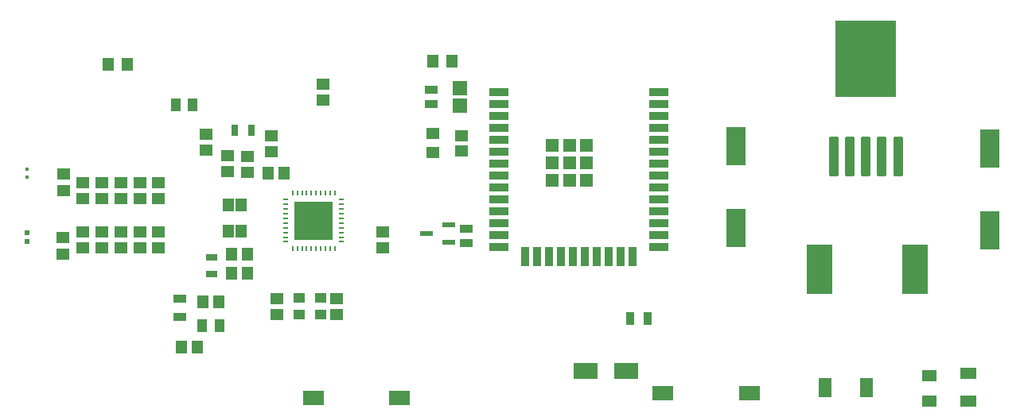
<source format=gtp>
G04*
G04 #@! TF.GenerationSoftware,Altium Limited,Altium Designer,23.3.1 (30)*
G04*
G04 Layer_Color=8421504*
%FSLAX44Y44*%
%MOMM*%
G71*
G04*
G04 #@! TF.SameCoordinates,D953DCF9-3291-42EB-AE53-6C5A23FC187B*
G04*
G04*
G04 #@! TF.FilePolarity,Positive*
G04*
G01*
G75*
%ADD15R,4.1000X4.1000*%
%ADD16R,1.3000X1.0500*%
%ADD17R,2.1800X1.6000*%
%ADD18R,2.2000X1.6000*%
%ADD19O,0.6500X0.2000*%
%ADD20O,0.2000X0.6500*%
%ADD21R,1.2000X1.4500*%
%ADD22R,1.0000X1.3500*%
%ADD23R,1.4500X1.1500*%
%ADD24R,0.4500X0.4500*%
%ADD25R,0.5500X0.5500*%
%ADD26R,1.3500X0.9500*%
%ADD27R,1.3500X0.6000*%
%ADD28R,2.0000X0.9000*%
%ADD29R,1.1544X1.3562*%
%ADD30R,0.9000X2.0000*%
%ADD31R,1.8000X1.2000*%
%ADD32R,1.5000X1.2000*%
%ADD33R,2.6500X1.7500*%
%ADD34R,1.4000X2.1000*%
%ADD35R,2.8000X5.3000*%
G04:AMPARAMS|DCode=36|XSize=1mm|YSize=4.15mm|CornerRadius=0.05mm|HoleSize=0mm|Usage=FLASHONLY|Rotation=180.000|XOffset=0mm|YOffset=0mm|HoleType=Round|Shape=RoundedRectangle|*
%AMROUNDEDRECTD36*
21,1,1.0000,4.0500,0,0,180.0*
21,1,0.9000,4.1500,0,0,180.0*
1,1,0.1000,-0.4500,2.0250*
1,1,0.1000,0.4500,2.0250*
1,1,0.1000,0.4500,-2.0250*
1,1,0.1000,-0.4500,-2.0250*
%
%ADD36ROUNDEDRECTD36*%
%ADD37R,0.9500X1.4000*%
%ADD38R,1.4000X1.2000*%
%ADD39R,1.2000X1.4000*%
%ADD40R,1.4500X0.9500*%
G04:AMPARAMS|DCode=41|XSize=6.4mm|YSize=8.2mm|CornerRadius=0.064mm|HoleSize=0mm|Usage=FLASHONLY|Rotation=180.000|XOffset=0mm|YOffset=0mm|HoleType=Round|Shape=RoundedRectangle|*
%AMROUNDEDRECTD41*
21,1,6.4000,8.0720,0,0,180.0*
21,1,6.2720,8.2000,0,0,180.0*
1,1,0.1280,-3.1360,4.0360*
1,1,0.1280,3.1360,4.0360*
1,1,0.1280,3.1360,-4.0360*
1,1,0.1280,-3.1360,-4.0360*
%
%ADD41ROUNDEDRECTD41*%
%ADD42R,1.4500X1.2000*%
%ADD43R,1.0500X1.4500*%
%ADD44R,1.3300X1.3300*%
%ADD45R,1.2000X0.8000*%
%ADD46R,0.8000X1.2000*%
%ADD47R,1.4562X1.3046*%
%ADD48R,1.5500X1.5500*%
%ADD49R,1.3500X0.9500*%
%ADD50R,2.0000X4.1000*%
D15*
X957900Y246200D02*
D03*
D16*
X942270Y163690D02*
D03*
X965270D02*
D03*
Y146190D02*
D03*
X942270D02*
D03*
D17*
X957350Y57150D02*
D03*
X1329460Y62230D02*
D03*
D18*
X1049250Y57150D02*
D03*
X1421360Y62230D02*
D03*
D19*
X928150Y268700D02*
D03*
Y263700D02*
D03*
Y258700D02*
D03*
Y253700D02*
D03*
Y248700D02*
D03*
Y243700D02*
D03*
Y238700D02*
D03*
Y233700D02*
D03*
Y228700D02*
D03*
Y223700D02*
D03*
X987650D02*
D03*
Y228700D02*
D03*
Y233700D02*
D03*
Y238700D02*
D03*
Y243700D02*
D03*
Y248700D02*
D03*
Y253700D02*
D03*
Y258700D02*
D03*
Y263700D02*
D03*
Y268700D02*
D03*
D20*
X935400Y216450D02*
D03*
X940400D02*
D03*
X945400D02*
D03*
X950400D02*
D03*
X955400D02*
D03*
X960400D02*
D03*
X965400D02*
D03*
X970400D02*
D03*
X975400D02*
D03*
X980400D02*
D03*
Y275950D02*
D03*
X975400D02*
D03*
X970400D02*
D03*
X965400D02*
D03*
X960400D02*
D03*
X955400D02*
D03*
X950400D02*
D03*
X945400D02*
D03*
X940400D02*
D03*
X935400D02*
D03*
D21*
X759300Y412750D02*
D03*
X739300D02*
D03*
X1084740Y416560D02*
D03*
X1104740D02*
D03*
D22*
X811000Y370000D02*
D03*
X829000D02*
D03*
D23*
X690960Y210920D02*
D03*
X692190Y295810D02*
D03*
X690960Y228420D02*
D03*
X692190Y278310D02*
D03*
D24*
X652780Y300735D02*
D03*
Y292735D02*
D03*
D25*
Y224045D02*
D03*
Y233045D02*
D03*
D26*
X1120140Y222120D02*
D03*
Y237620D02*
D03*
D27*
X1101660Y222910D02*
D03*
X1077660Y232410D02*
D03*
X1101660Y241910D02*
D03*
D28*
X1325060Y370210D02*
D03*
Y294010D02*
D03*
Y281310D02*
D03*
Y268610D02*
D03*
X1155060Y230510D02*
D03*
X1325060Y217810D02*
D03*
Y382910D02*
D03*
Y357510D02*
D03*
Y344810D02*
D03*
Y332110D02*
D03*
Y319410D02*
D03*
Y306710D02*
D03*
Y255910D02*
D03*
Y243210D02*
D03*
Y230510D02*
D03*
X1155060Y217810D02*
D03*
Y243210D02*
D03*
Y255910D02*
D03*
Y268610D02*
D03*
Y281310D02*
D03*
Y294010D02*
D03*
Y306710D02*
D03*
Y319410D02*
D03*
Y332110D02*
D03*
Y344810D02*
D03*
Y357510D02*
D03*
Y370210D02*
D03*
Y382910D02*
D03*
D29*
X880519Y234950D02*
D03*
Y262890D02*
D03*
X867001Y234950D02*
D03*
Y262890D02*
D03*
D30*
X1195610Y207810D02*
D03*
X1297210D02*
D03*
X1284510D02*
D03*
X1271810D02*
D03*
X1259110D02*
D03*
X1246410D02*
D03*
X1233710D02*
D03*
X1221010D02*
D03*
X1208310D02*
D03*
X1182910D02*
D03*
D31*
X1654810Y53580D02*
D03*
Y83580D02*
D03*
D32*
X1612900Y54280D02*
D03*
Y81280D02*
D03*
D33*
X1290230Y86360D02*
D03*
X1247230D02*
D03*
D34*
X1502000Y68580D02*
D03*
X1546000D02*
D03*
D35*
X1496360Y194310D02*
D03*
X1597360D02*
D03*
D36*
X1528590Y314690D02*
D03*
X1579590D02*
D03*
X1562590D02*
D03*
X1545590D02*
D03*
X1511590D02*
D03*
D37*
X1313540Y142240D02*
D03*
X1295040D02*
D03*
D38*
X967740Y375040D02*
D03*
X792400Y234600D02*
D03*
X773350Y234600D02*
D03*
X753070D02*
D03*
X773350Y217600D02*
D03*
X753070D02*
D03*
X732790D02*
D03*
X712510D02*
D03*
Y286590D02*
D03*
X732790D02*
D03*
X753070D02*
D03*
X773350D02*
D03*
X753070Y269590D02*
D03*
X773350D02*
D03*
X792400Y269590D02*
D03*
X843320Y338700D02*
D03*
Y321700D02*
D03*
X887770Y314570D02*
D03*
Y297570D02*
D03*
X967740Y392040D02*
D03*
X866180Y315840D02*
D03*
Y298840D02*
D03*
X912420Y336870D02*
D03*
Y319870D02*
D03*
X1031240Y234560D02*
D03*
Y217560D02*
D03*
X981870Y163400D02*
D03*
Y146400D02*
D03*
X918370Y146400D02*
D03*
Y163400D02*
D03*
X712510Y234600D02*
D03*
Y269590D02*
D03*
X732790Y234600D02*
D03*
Y269590D02*
D03*
X792400Y217600D02*
D03*
Y286590D02*
D03*
D39*
X817000Y111920D02*
D03*
X887340Y210820D02*
D03*
X870340D02*
D03*
X926710Y297180D02*
D03*
X909710D02*
D03*
X834000Y111920D02*
D03*
X856820Y160060D02*
D03*
X839820D02*
D03*
X887340Y190500D02*
D03*
X870340D02*
D03*
D40*
X815340Y143960D02*
D03*
Y163460D02*
D03*
D41*
X1545590Y419190D02*
D03*
D42*
X1084580Y318930D02*
D03*
Y338930D02*
D03*
D43*
X857570Y134740D02*
D03*
X839070D02*
D03*
D44*
X1248410Y289560D02*
D03*
X1230060D02*
D03*
X1211710D02*
D03*
X1248410Y307910D02*
D03*
X1230060D02*
D03*
X1211710D02*
D03*
X1248410Y326260D02*
D03*
X1230060D02*
D03*
X1211710D02*
D03*
D45*
X849630Y189120D02*
D03*
Y207120D02*
D03*
D46*
X891650Y342900D02*
D03*
X873650D02*
D03*
D47*
X1115060Y336988D02*
D03*
Y320872D02*
D03*
D48*
X1113790Y369210D02*
D03*
Y387710D02*
D03*
D49*
X1083310Y370960D02*
D03*
Y385960D02*
D03*
D50*
X1677670Y322900D02*
D03*
Y235900D02*
D03*
X1407160Y238440D02*
D03*
Y325440D02*
D03*
M02*

</source>
